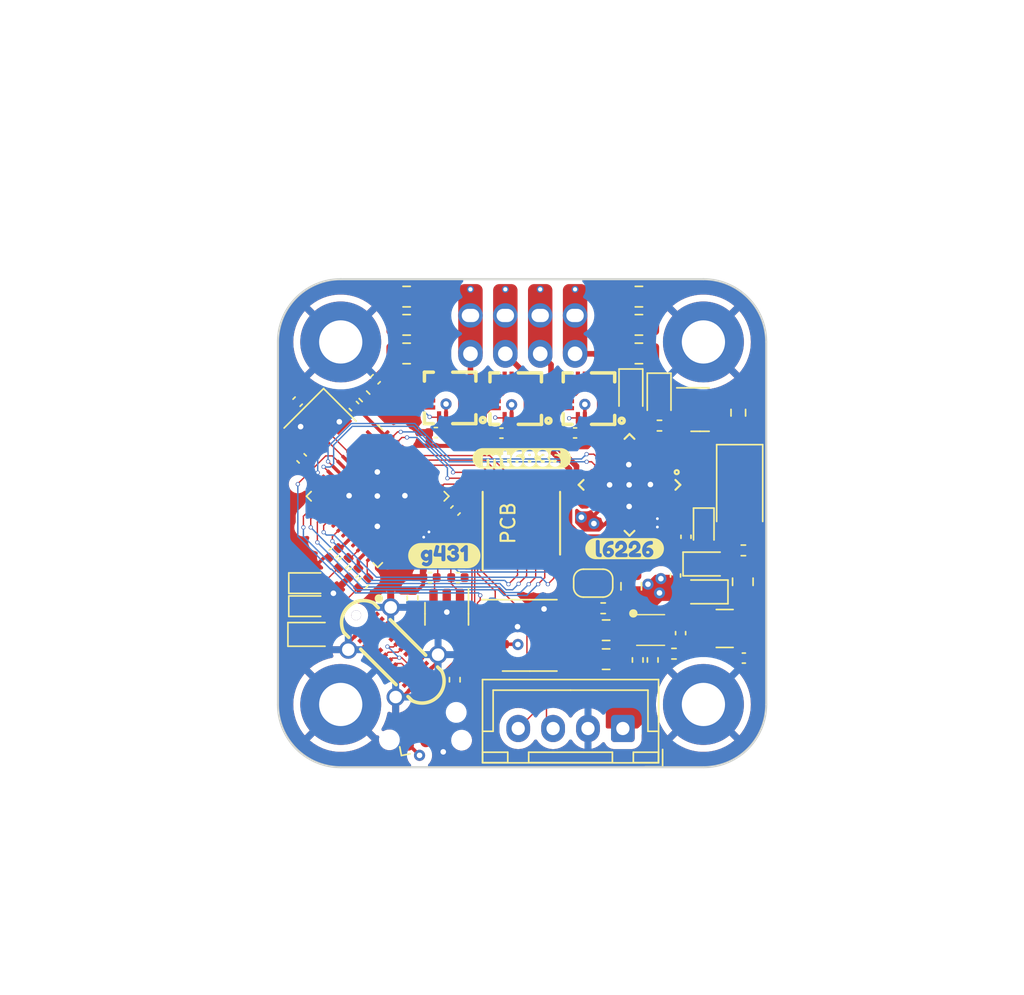
<source format=kicad_pcb>
(kicad_pcb (version 20221018) (generator pcbnew)
  (layers (0 "F.Cu" signal) (1 "In1.Cu" signal) (2 "In2.Cu" signal) (31 "B.Cu" signal) (34 "B.Paste" user) (35 "F.Paste" user) (36 "B.SilkS" user "B.Silkscreen") (37 "F.SilkS" user "F.Silkscreen") (38 "B.Mask" user) (39 "F.Mask" user) (44 "Edge.Cuts" user))
  (net 0 "")
  (net 1 "GND")
  (net 2 "Vmot")
  (net 3 "/mcu/USBD_P")
  (net 4 "+3V3")
  (net 5 "/mcu/RESET")
  (net 6 "/mcu/XIN")
  (net 7 "/mcu/XOUT")
  (net 9 "/current sense/U_IN")
  (net 10 "/current sense/V_IN")
  (net 11 "/current sense/W_IN")
  (net 13 "Net-(U501-VCC)")
  (net 14 "Net-(D602-K)")
  (net 15 "Net-(U601-VCP)")
  (net 16 "/current sense/U_SENSE")
  (net 17 "/current sense/V_SENSE")
  (net 18 "/current sense/W_SENSE")
  (net 19 "/usb/USB_5V")
  (net 20 "Net-(D301-A)")
  (net 21 "Net-(D302-A)")
  (net 22 "/mcu/CANH")
  (net 23 "/mcu/CANL")
  (net 24 "/mcu/SWDIO")
  (net 25 "/mcu/SWCLK")
  (net 28 "Net-(JP101-B)")
  (net 29 "/current sense/U_OUT")
  (net 30 "/current sense/V_OUT")
  (net 31 "/current sense/W_OUT")
  (net 32 "Net-(D603-K)")
  (net 33 "Net-(D601-K)")
  (net 34 "Net-(D601-A)")
  (net 35 "Net-(U501-LX)")
  (net 36 "Net-(U501-FB{slash}VOUT)")
  (net 37 "Net-(R502-Pad2)")
  (net 39 "/usb/UCPD_CC2")
  (net 40 "/usb/UCPD_CC1")
  (net 41 "Net-(U301-PB10)")
  (net 42 "Net-(U301-PB11)")
  (net 43 "/mcu/USBD_N")
  (net 46 "/half bridges/ENA")
  (net 47 "/encoder/A")
  (net 48 "/encoder/B")
  (net 49 "/encoder/Z")
  (net 52 "Net-(D501-A)")
  (net 53 "Net-(D502-A)")
  (net 55 "/encoder/SCK")
  (net 56 "/encoder/CIPO")
  (net 57 "/encoder/COPI")
  (net 58 "/encoder/CS")
  (net 60 "/encoder/CAL_EN")
  (net 62 "/mcu/MOT_EN_B")
  (net 63 "/mcu/MOT_EN_A")
  (net 64 "/mcu/CAN_TX")
  (net 65 "/mcu/CAN_RX")
  (net 73 "/half bridges/IN2B")
  (net 76 "/half bridges/IN1A")
  (net 77 "/half bridges/IN2A")
  (net 78 "/half bridges/IN1B")
  (net 82 "Net-(Q501-B)")
  (net 83 "Net-(Q501-C)")
  (net 85 "/half bridges/OUT1B")
  (footprint "Capacitor_SMD:C_0805_2012Metric" (layer "F.Cu") (at 138.025 74.8)
    (fp_text reference "C103" hide)
    (fp_text value "10u")
  )
  (footprint "Connector:Tag-Connect_TC2030-IDC-NL_2x03_P1.27mm_Vertical" (layer "F.Cu") (at 139.278836 102.026667 11)
    (fp_text reference "J301" hide)
    (fp_text value "TagConnect")
  )
  (footprint "Package_TO_SOT_SMD:SOT-23" (layer "F.Cu") (at 159.0625 78.825)
    (fp_text reference "Q501" hide)
    (fp_text value "MMBT5551")
  )
  (footprint "Resistor_SMD:R_0402_1005Metric" (layer "F.Cu") (at 162.165 88.925)
    (fp_text reference "R601" hide)
    (fp_text value "5k1")
  )
  (footprint "Diode_SMD:D_SOD-323" (layer "F.Cu") (at 156.125 77.825 -90)
    (fp_text reference "D502" hide)
    (fp_text value "BZT52C30S")
  )
  (footprint "Package_SO:SOIC-8_3.9x4.9mm_P1.27mm" (layer "F.Cu") (at 146.85 95.02)
    (fp_text reference "U302" hide)
    (fp_text value "SN65HVD230")
  )
  (footprint "Diode_SMD:D_SOD-323" (layer "F.Cu") (at 154.1 77.525 -90)
    (fp_text reference "D501" hide)
    (fp_text value "BZT52C30S")
  )
  (footprint "Resistor_SMD:R_0402_1005Metric" (layer "F.Cu") (at 138.45 92.35 90)
    (fp_text reference "R101" hide)
    (fp_text value "5k1")
  )
  (footprint "Resistor_SMD:R_0402_1005Metric" (layer "F.Cu") (at 152.115 93.075)
    (fp_text reference "R103" hide)
    (fp_text value "120R")
  )
  (footprint "Resistor_SMD:R_0402_1005Metric" (layer "F.Cu") (at 134.914376 91.260624 -135)
    (fp_text reference "R302" hide)
    (fp_text value "5k1")
  )
  (footprint "Capacitor_SMD:C_0402_1005Metric" (layer "F.Cu") (at 141.525349 86.064949 45)
    (fp_text reference "C304" hide)
    (fp_text value "100n")
  )
  (footprint "Diode_SMD:D_SMA" (layer "F.Cu") (at 161.9 84.85 -90)
    (fp_text reference "D101" hide)
    (fp_text value "SS210")
  )
  (footprint "Capacitor_SMD:C_0805_2012Metric" (layer "F.Cu") (at 154.125 91.5 90)
    (fp_text reference "C106" hide)
    (fp_text value "10u")
  )
  (footprint "Diode_SMD:D_0603_1608Metric" (layer "F.Cu") (at 159.325 87.375 -90)
    (fp_text reference "D601" hide)
    (fp_text value "OCD")
  )
  (footprint "Diode_SMD:D_0603_1608Metric" (layer "F.Cu") (at 131.0625 91.275)
    (fp_text reference "D301" hide)
    (fp_text value "USER")
  )
  (footprint "Inductor_SMD:L_1210_3225Metric" (layer "F.Cu") (at 160.825 94.525)
    (fp_text reference "L501" hide)
    (fp_text value "33u")
  )
  (footprint "Capacitor_SMD:C_0402_1005Metric" (layer "F.Cu") (at 130.210589 78.259411 -135)
    (fp_text reference "C305" hide)
    (fp_text value "20p")
  )
  (footprint "Capacitor_SMD:C_0402_1005Metric" (layer "F.Cu") (at 140.12 80.475 180)
    (fp_text reference "C701" hide)
    (fp_text value "100n")
  )
  (footprint "Capacitor_SMD:C_0402_1005Metric" (layer "F.Cu") (at 135.8 76.65 45)
    (fp_text reference "C308" hide)
    (fp_text value "100n")
  )
  (footprint "Package_TO_SOT_SMD:SOT-23-6" (layer "F.Cu") (at 140.9 93.475 -90)
    (fp_text reference "U201" hide)
    (fp_text value "SRV05-4")
  )
  (footprint "easyeda2kicad:IC-SMD_ACS711KEXLT-15AB-T" (layer "F.Cu") (at 145.7 77.975 180)
    (fp_text reference "U703" hide)
    (fp_text value "ACS711KEXLT-31AB-T")
  )
  (footprint "Capacitor_SMD:C_0402_1005Metric" (layer "F.Cu") (at 134.225 90.528939 -135)
    (fp_text reference "C302" hide)
    (fp_text value "100n")
  )
  (footprint "Capacitor_SMD:C_0402_1005Metric" (layer "F.Cu") (at 157.3 90.725 -90)
    (fp_text reference "C602" hide)
    (fp_text value "220n")
  )
  (footprint "Fiducial:Fiducial_0.5mm_Mask1mm" (layer "F.Cu") (at 156.95 103.2)
    (fp_text reference "FID102" hide)
    (fp_text value "Fiducial")
  )
  (footprint "Capacitor_SMD:C_0402_1005Metric" (layer "F.Cu") (at 162.2 96.65 180)
    (fp_text reference "C401" hide)
    (fp_text value "100n")
  )
  (footprint "Diode_SMD:D_0603_1608Metric" (layer "F.Cu") (at 131.0625 92.925)
    (fp_text reference "D302" hide)
    (fp_text value "FAULT")
  )
  (footprint "Resistor_SMD:R_0402_1005Metric" (layer "F.Cu") (at 141.475 98.2 90)
    (fp_text reference "R102" hide)
    (fp_text value "5k1")
  )
  (footprint "Capacitor_SMD:C_0805_2012Metric" (layer "F.Cu") (at 162.125 91.175 90)
    (fp_text reference "C503" hide)
    (fp_text value "10u")
  )
  (footprint "Resistor_SMD:R_0402_1005Metric" (layer "F.Cu") (at 157.19 96.335 180)
    (fp_text reference "R501" hide)
    (fp_text value "200k")
  )
  (footprint "Resistor_SMD:R_0402_1005Metric" (layer "F.Cu") (at 133.5 89.825 -135)
    (fp_text reference "R301" hide)
    (fp_text value "5k1")
  )
  (footprint "Capacitor_SMD:C_0402_1005Metric" (layer "F.Cu") (at 139.7 90.875 180)
    (fp_text reference "C201" hide)
    (fp_text value "47p")
  )
  (footprint "Capacitor_SMD:C_0805_2012Metric" (layer "F.Cu") (at 138.025 72.75 180)
    (fp_text reference "C102" hide)
    (fp_text value "10u")
  )
  (footprint "Capacitor_SMD:C_0805_2012Metric" (layer "F.Cu") (at 138.025 70.725)
    (fp_text reference "C101" hide)
    (fp_text value "10u")
  )
  (footprint "easyeda2kicad:USB-C-SMD_GT-USB-7052_1" (layer "F.Cu") (at 137.060284 96.225629 -45)
    (fp_text reference "J201" hide)
    (fp_text value "USB_C_Receptacle_USB2.0")
  )
  (footprint "Capacitor_SMD:C_0402_1005Metric" (layer "F.Cu") (at 144.82 80.513857 180)
    (fp_text reference "C703" hide)
    (fp_text value "100n")
  )
  (footprint "Capacitor_SMD:C_0402_1005Metric" (layer "F.Cu") (at 141.7 90.875)
    (fp_text reference "C202" hide)
    (fp_text value "47p")
  )
  (footprint "Capacitor_SMD:C_0402_1005Metric" (layer "F.Cu") (at 134.25 78.575 135)
    (fp_text reference "C301" hide)
    (fp_text value "100n")
  )
  (footprint "footprints:XH2.54 4P" (layer "F.Cu") (at 146.35 74.825)
    (fp_text reference "M101" hide)
    (fp_text value "MOT")
  )
  (footprint "Resistor_SMD:R_0402_1005Metric" (layer "F.Cu") (at 155.665 96.785 -90)
    (fp_text reference "R502" hide)
    (fp_text value "51k")
  )
  (footprint "Diode_SMD:D_SOD-323" (layer "F.Cu") (at 131.125 94.95)
    (fp_text reference "D201" hide)
    (fp_text value "1N4148WS")
  )
  (footprint "easyeda2kicad:VQFN-32_L5.0-W5.0-P0.50-TL-EP" (layer "F.Cu") (at 154 84.225 -135)
    (fp_text reference "U601" hide)
    (fp_text value "L6226QTR")
  )
  (footprint "Capacitor_SMD:C_0402_1005Metric" (layer "F.Cu") (at 158.05 87.95 90)
    (fp_text reference "C601" hide)
    (fp_text value "10n")
  )
  (footprint "easyeda2kicad:TDFN-8_L2.0-W2.0-P0.50-BL" (layer "F.Cu") (at 155.515 94.635 -90)
    (fp_text reference "U501" hide)
    (fp_text value "MAX15062CATA+T")
  )
  (footprint "Package_DFN_QFN:QFN-48-1EP_7x7mm_P0.5mm_EP5.6x5.6mm" (layer "F.Cu") (at 135.950349 85.039949 -45)
    (fp_text reference "U301" hide)
    (fp_text value "STM32G431")
  )
  (footprint "Resistor_SMD:R_0402_1005Metric" (layer "F.Cu") (at 154.59 96.785 -90)
    (fp_text reference "R503" hide)
    (fp_text value "22k")
  )
  (footprint "mechanical:NEMA14" (layer "F.Cu") (at 146.3 86.975 90)
    (fp_text reference "H101" hide)
    (fp_text value "PCB")
    (fp_line (start -17.5 13) (end -17.5 -13) (stroke (width 0.15)) (layer "Edge.Cuts"))
    (fp_line (start -13 -17.5) (end 13 -17.5) (stroke (width 0.15)) (layer "Edge.Cuts"))
    (fp_line (start 13 17.5) (end -13 17.5) (stroke (width 0.15)) (layer "Edge.Cuts"))
    (fp_line (start 17.5 -13) (end 17.5 13) (stroke (width 0.15)) (layer "Edge.Cuts"))
    (fp_arc (start -17.5 -13) (mid -16.181981 -16.181981) (end -13 -17.5) (stroke (width 0.15)) (layer "Edge.Cuts"))
    (fp_arc (start -13 17.5) (mid -16.181981 16.181981) (end -17.5 13) (stroke (width 0.15)) (layer "Edge.Cuts"))
    (fp_arc (start 13 -17.5) (mid 16.181981 -16.181981) (end 17.5 -13) (stroke (width 0.15)) (layer "Edge.Cuts"))
    (fp_arc (start 17.5 13) (mid 16.181981 16.181981) (end 13 17.5) (stroke (width 0.15)) (layer "Edge.Cuts"))
  )
  (footprint "Capacitor_SMD:C_0805_2012Metric" (layer "F.Cu") (at 154.675 70.725)
    (fp_text reference "C104" hide)
    (fp_text value "10u")
  )
  (footprint "kibuzzard-652C57F7" (layer "F.Cu") (at 140.725 89.3)
    (fp_text reference "kibuzzard-652C57F7" hide)
    (fp_text value "G***" hide)
  )
  (footprint "easyeda2kicad:IC-SMD_ACS711KEXLT-15AB-T" (layer "F.Cu") (at 150.95 77.975 180)
    (fp_text reference "U702" hide)
    (fp_text value "ACS711KEXLT-31AB-T")
  )
  (footprint "Capacitor_SMD:C_0402_1005Metric" (layer "F.Cu") (at 150.1 80.5 180)
    (fp_text reference "C702" hide)
    (fp_text value "100n")
  )
  (footprint "Capacitor_SMD:C_0805_2012Metric" (layer "F.Cu") (at 154.675 74.8 180)
    (fp_text reference "C105" hide)
    (fp_text value "10u")
  )
  (footprint "Resistor_SMD:R_0402_1005Metric" (layer "F.Cu") (at 156.15 79.975)
    (fp_text reference "R505" hide)
    (fp_text value "15k")
  )
  (footprint "Capacitor_SMD:C_0402_1005Metric" (layer "F.Cu") (at 132.8 89.1 -135)
    (fp_text reference "C303" hide)
    (fp_text value "100n")
  )
  (footprint "Crystal:Crystal_SMD_3225-4Pin_3.2x2.5mm" (layer "F.Cu") (at 131.823223 79.898858 -135)
    (fp_text reference "Y301" hide)
    (fp_text value "12MHz")
  )
  (footprint "Fiducial:Fiducial_0.5mm_Mask1mm" (layer "F.Cu") (at 129.9 76.2)
    (fp_text reference "FID101" hide)
    (fp_text value "Fiducial")
  )
  (footprint "Diode_SMD:D_SOD-323" (layer "F.Cu") (at 159.45 91.9 180)
    (fp_text reference "D602" hide)
    (fp_text value "1N4148WS")
  )
  (footprint "Connector_JST:JST_XH_B4B-XH-A_1x04_P2.50mm_Vertical" (layer "F.Cu") (at 153.525 101.7 180)
    (fp_text reference "J101" hide)
    (fp_text value "INPUT")
  )
  (footprint "kibuzzard-652C580D" (layer "F.Cu") (at 146.275 82.325)
    (fp_text reference "kibuzzard-652C580D" hide)
    (fp_text value "G***" hide)
  )
  (footprint "matei:MagnTek TSSOP-16-1EP_4.4x5mm_P0.65mm" (layer "F.Cu") (at 146.3 86.975 90)
    (fp_text reference "U401" hide)
    (fp_text value "MT6835")
  )
  (footprint "Fiducial:Fiducial_0.5mm_Mask1mm" (layer "F.Cu") (at 162.5 76.65)
    (fp_text reference "FID103" hide)
    (fp_text value "Fiducial")
  )
  (footprint "Capacitor_SMD:C_0805_2012Metric" (layer "F.Cu") (at 152.325 94.65 180)
    (fp_text reference "C108" hide)
    (fp_text value "10u")
  )
  (footprint "Capacitor_SMD:C_0402_1005Metric" (layer "F.Cu") (at 157.665 94.86 -90)
    (fp_text reference "C502" hide)
    (fp_text value "1u")
  )
  (footprint "Diode_SMD:D_SOD-323" (layer "F.Cu") (at 159.45 89.9)
    (fp_text reference "D603" hide)
    (fp_text value "1N4148WS")
  )
  (footprint "Capacitor_SMD:C_0805_2012Metric" (layer "F.Cu") (at 152.325 96.725 180)
    (fp_text reference "C501" hide)
    (fp_text value "10u")
  )
  (footprint "Jumper:SolderJumper-2_P1.3mm_Open_RoundedPad1.0x1.5mm" (layer "F.Cu") (at 151.4 91.275)
    (fp_text reference "JP101" hide)
    (fp_text value "TERM")
  )
  (footprint "Resistor_SMD:R_0402_1005Metric" (layer "F.Cu") (at 135 77.875 135)
    (fp_text reference "R306" hide)
    (fp_text value "10k")
  )
  (footprint "kibuzzard-652C5847" (layer "F.Cu") (at 153.65 88.8)
    (fp_text reference "kibuzzard-652C5847" hide)
    (fp_text value "G***" hide)
  )
  (footprint "Resistor_SMD:R_0603_1608Metric" (layer "F.Cu") (at 161.8 79.05 90)
    (fp_text reference "R504" hide)
    (fp_text value "5R")
  )
  (footprint "Capacitor_SMD:C_0402_1005Metric" (layer "F.Cu") (at 130.5 82.325 135)
    (fp_text reference "C306" hide)
    (fp_text value "20p")
  )
  (footprint "Capacitor_SMD:C_0805_2012Metric" (layer "F.Cu") (at 154.675 72.75 180)
    (fp_text reference "C107" hide)
    (fp_text value "10u")
  )
  (footprint "easyeda2kicad:IC-SMD_ACS711KEXLT-15AB-T" (layer "F.Cu") (at 141 77.925 180)
    (fp_text reference "U701" hide)
    (fp_text value "ACS711KEXLT-31AB-T")
  )
  (segment (start 152.575 84.225) (end 153.975 84.225) (width 0.25) (layer "F.Cu") (net 1))
  (segment (start 151.375 94.65) (end 151.375 96.725) (width 0.25) (layer "F.Cu") (net 1))
  (segment (start 153.975 84.225) (end 154 84.225) (width 0.25) (layer "F.Cu") (net 1))
  (segment (start 145.55 76.525) (end 145.55 77.05962) (width 0.25) (layer "F.Cu") (net 1))
  (segment (start 155.880904 85.752351) (end 154.353553 84.225) (width 0.25) (layer "F.Cu") (net 1))
  (segment (start 153.3 83.171447) (end 153.3 83.175) (width 0.25) (layer "F.Cu") (net 1))
  (segment (start 155.06066 84.225) (end 154 84.225) (width 0.25) (layer "F.Cu") (net 1))
  (segment (start 152.472649 86.105904) (end 154 84.578553) (width 0.25) (layer "F.Cu") (net 1))
  (segment (start 132.775 91.978939) (end 133.885589 90.86835) (width 0.25) (layer "F.Cu") (net 1))
  (segment (start 154 82.825) (end 154 84.225) (width 0.25) (layer "F.Cu") (net 1))
  (segment (start 153.975 86.025) (end 153.975 85.967767) (width 0.25) (layer "F.Cu") (net 1))
  (segment (start 153.95 82.775) (end 154 82.825) (width 0.25) (layer "F.Cu") (net 1))
  (segment (start 150.13462 77.725) (end 149.6 77.725) (width 0.25) (layer "F.Cu") (net 1))
  (segment (start 140.9 93.3459) (end 140.9 92.3375) (width 0.25) (layer "F.Cu") (net 1))
  (segment (start 153.303553 83.175) (end 154 83.871447) (width 0.25) (layer "F.Cu") (net 1))
  (segment (start 140.65 103.375) (end 140.646666 103.371666) (width 0.25) (layer "F.Cu") (net 1))
  (segment (start 154 85.75) (end 154 84.225) (width 0.25) (layer "F.Cu") (net 1))
  (segment (start 154.353553 84.225) (end 154 84.225) (width 0.25) (layer "F.Cu") (net 1))
  (segment (start 134.535913 94.860913) (end 133.842948 95.553878) (width 0.25) (layer "F.Cu") (net 1))
  (segment (start 153.3 83.175) (end 153.303553 83.175) (width 0.25) (layer "F.Cu") (net 1))
  (segment (start 144.88462 77.725) (end 144.35 77.725) (width 0.25) (layer "F.Cu") (net 1))
  (segment (start 153.179756 81.636989) (end 154 82.457233) (width 0.25) (layer "F.Cu") (net 1))
  (segment (start 143.97343 80.513857) (end 143.675 80.215427) (width 0.2) (layer "F.Cu") (net 1))
  (segment (start 149.62 80.5) (end 149.275 80.5) (width 0.2) (layer "F.Cu") (net 1))
  (segment (start 154.032233 86.025) (end 153.975 86.025) (width 0.25) (layer "F.Cu") (net 1))
  (segment (start 133.842948 95.553878) (end 133.842948 96.048852) (width 0.25) (layer "F.Cu") (net 1))
  (segment (start 155.527351 82.344096) (end 154 83.871447) (width 0.25) (layer "F.Cu") (net 1))
  (segment (start 148.925 80.15) (end 148.925 79.1) (width 0.2) (layer "F.Cu") (net 1))
  (segment (start 156.474874 84.225) (end 155.525 84.225) (width 0.25) (layer "F.Cu") (net 1))
  (segment (start 132.460589 89.439411) (end 132.110589 89.439411) (width 0.25) (layer "F.Cu") (net 1))
  (segment (start 155.475 84.225) (end 154 84.225) (width 0.25) (layer "F.Cu") (net 1))
  (segment (start 151.411989 85.045244) (end 152.232233 84.225) (width 0.25) (layer "F.Cu") (net 1))
  (segment (start 154 82.625) (end 154 84.225) (width 0.25) (layer "F.Cu") (net 1))
  (segment (start 149.325 93.115) (end 147.885 93.115) (width 0.25) (layer "F.Cu") (net 1))
  (segment (start 155.475 84.225) (end 155.45 84.25) (width 0.25) (layer "F.Cu") (net 1))
  (segment (start 154 82.725) (end 153.95 82.775) (width 0.25) (layer "F.Cu") (net 1))
  (segment (start 155.5 84.2) (end 155.475 84.225) (width 0.25) (layer "F.Cu") (net 1))
  (segment (start 140.63462 77.225) (end 140.6 77.225) (width 0.25) (layer "F.Cu") (net 1))
  (segment (start 156.234457 83.051203) (end 155.06066 84.225) (width 0.25) (layer "F.Cu") (net 1))
  (segment (start 132.110589 89.439411) (end 130.275 91.275) (width 0.25) (layer "F.Cu") (net 1))
  (segment (start 140.15 77.675) (end 139.65 77.675) (width 0.25) (layer "F.Cu") (net 1))
  (segment (start 150.8 77.05962) (end 150.13462 77.725) (width 0.25) (layer "F.Cu") (net 1))
  (segment (start 139.591726 97.583274) (end 140.27762 96.89738) (width 0.25) (layer "F.Cu") (net 1))
  (segment (start 155.173797 81.990543) (end 154 83.16434) (width 0.25) (layer "F.Cu") (net 1))
  (segment (start 145.55 77.05962) (end 144.88462 77.725) (width 0.25) (layer "F.Cu") (net 1))
  (segment (start 154 85.992767) (end 154 85.8) (width 0.25) (layer "F.Cu") (net 1))
  (segment (start 144.34 80.513857) (end 143.97343 80.513857) (width 0.2) (layer "F.Cu") (net 1))
  (segment (start 148.925 79.1) (end 149.3 78.725) (width 0.2) (layer "F.Cu") (net 1))
  (segment (start 144.0625 78.725) (end 144.35 78.725) (width 0.2) (layer "F.Cu") (net 1))
  (segment (start 153.975 85.967767) (end 154 85.992767) (width 0.25) (layer "F.Cu") (net 1))
  (segment (start 140.6 77.225) (end 140.15 77.675) (width 0.25) (layer "F.Cu") (net 1))
  (segment (start 154.46669 81.283436) (end 154 81.750126) (width 0.25) (layer "F.Cu") (net 1))
  (segment (start 140.85 76.475) (end 140.85 77.00962) (width 0.25) (layer "F.Cu") (net 1))
  (segment (start 155.880904 82.697649) (end 154.353553 84.225) (width 0.25) (layer "F.Cu") (net 1))
  (segment (start 157.62 95.385) (end 157.665 95.34) (width 0.25) (layer "F.Cu") (net 1))
  (segment (start 152.232233 84.225) (end 152.575 84.225) (width 0.25) (layer "F.Cu") (net 1))
  (segment (start 156.941564 83.75831) (end 156.474874 84.225) (width 0.25) (layer "F.Cu") (net 1))
  (segment (start 149.275 80.5) (end 148.925 80.15) (width 0.2) (layer "F.Cu") (net 1))
  (segment (start 154.820244 86.813011) (end 154.032233 86.025) (width 0.25) (layer "F.Cu") (net 1))
  (segment (start 150.8 76.525) (end 150.8 77.05962) (width 0.25) (layer "F.Cu") (net 1))
  (segment (start 143.675 79.1125) (end 144.0625 78.725) (width 0.2) (layer "F.Cu") (net 1))
  (segment (start 144.375 94.385) (end 145.96 94.385) (width 0.25) (layer "F.Cu") (net 1))
  (segment (start 154 83.16434) (end 154 84.225) (width 0.25) (layer "F.Cu") (net 1))
  (segment (start 132.775 92) (end 132.775 91.978939) (width 0.25) (layer "F.Cu") (net 1))
  (segment (start 155.767767 84.225) (end 155.475 84.225) (width 0.25) (layer "F.Cu") (net 1))
  (segment (start 140.9046 93.3505) (end 140.9 93.3459) (width 0.25) (layer "F.Cu") (net 1))
  (segment (start 156.395 95.385) (end 157.62 95.385) (width 0.25) (layer "F.Cu") (net 1))
  (segment (start 154 81.750126) (end 154 82.725) (width 0.25) (layer "F.Cu") (net 1))
  (segment (start 138.76 91.84) (end 139.22 91.38) (width 0.25) (layer "F.Cu") (net 1))
  (segment (start 154 82.457233) (end 154 82.625) (width 0.25) (layer "F.Cu") (net 1))
  (segment (start 138.425 98.75) (end 137.732035 99.442965) (width 0.25) (layer "F.Cu") (net 1))
  (segment (start 154.820244 81.636989) (end 154 82.457233) (width 0.25) (layer "F.Cu") (net 1))
  (segment (start 153.975 85.775) (end 154 85.75) (width 0.25) (layer "F.Cu") (net 1))
  (segment (start 147.885 93.115) (end 147.875 93.125) (width 0.25) (layer "F.Cu") (net 1))
  (segment (start 155.525 84.225) (end 155.5 84.2) (width 0.25) (layer "F.Cu") (net 1))
  (segment (start 156.941564 84.69169) (end 156.474874 84.225) (width 0.25) (layer "F.Cu") (net 1))
  (segment (start 139.22 91.38) (end 139.22 90.875) (width 0.25) (layer "F.Cu") (net 1))
  (segment (start 137.732035 99.442965) (end 137.237061 99.442965) (width 0.25) (layer "F.Cu") (net 1))
  (segment (start 154 83.871447) (end 154 84.225) (width 0.25) (layer "F.Cu") (net 1))
  (segment (start 154 84.578553) (end 154 84.225) (width 0.25) (layer "F.Cu") (net 1))
  (segment (start 156.588011 83.404756) (end 155.767767 84.225) (width 0.25) (layer "F.Cu") (net 1))
  (segment (start 152.472649 82.344096) (end 153.3 83.171447) (width 0.25) (layer "F.Cu") (net 1))
  (segment (start 155.425 84.225) (end 154 84.225) (width 0.25) (layer "F.Cu") (net 1))
  (segment (start 138.45 91.84) (end 138.76 91.84) (width 0.25) (layer "F.Cu") (net 1))
  (segment (start 140.646666 103.371666) (end 140.646666 102.407673) (width 0.25) (layer "F.Cu") (net 1))
  (segment (start 154 85.8) (end 153.975 85.775) (width 0.25) (layer "F.Cu") (net 1))
  (segment (start 151.411989 83.404756) (end 152.232233 84.225) (width 0.25) (layer "F.Cu") (net 1))
  (segment (start 140.85 77.00962) (end 140.63462 77.225) (width 0.25) (layer "F.Cu") (net 1))
  (segment (start 149.3 78.725) (end 149.6 78.725) (width 0.2) (layer "F.Cu") (net 1))
  (segment (start 145.96 94.385) (end 145.975 94.4) (width 0.25) (layer "F.Cu") (net 1))
  (segment (start 155.45 84.25) (end 155.425 84.225) (width 0.25) (layer "F.Cu") (net 1))
  (segment (start 140.27762 96.89738) (end 140.27762 96.402406) (width 0.25) (layer "F.Cu") (net 1))
  (segment (start 143.675 80.215427) (end 143.675 79.1125) (width 0.2) (layer "F.Cu") (net 1))
  (via (at 153.975 84.225) (size 0.8) (drill 0.4) (layers "F.Cu" "B.Cu") (net 1))
  (via (at 132.775 92) (size 0.8) (drill 0.4) (layers "F.Cu" "B.Cu") (net 1))
  (via (at 130.425 80.05) (size 0.8) (drill 0.4) (layers "F.Cu" "B.Cu") (net 1))
  (via (at 135.925 87.2) (size 0.8) (drill 0.4) (layers "F.Cu" "B.Cu") (net 1))
  (via (at 153.975 85.775) (size 0.8) (drill 0.4) (layers "F.Cu" "B.Cu") (net 1))
  (via (at 137.9 85) (size 0.8) (drill 0.4) (layers "F.Cu" "B.Cu") (net 1))
  (via (at 135.925 85.025) (size 0.8) (drill 0.4) (layers "F.Cu" "B.Cu") (net 1))
  (via (at 135.925 83.3) (size 0.8) (drill 0.4) (layers "F.Cu" "B.Cu") (net 1))
  (via (at 133.9 85) (size 0.8) (drill 0.4) (layers "F.Cu" "B.Cu") (net 1))
  (via (at 140.65 103.375) (size 0.8) (drill 0.4) (layers "F.Cu" "B.Cu") (net 1))
  (via (at 155.5 84.2) (size 0.8) (drill 0.4) (layers "F.Cu" "B.Cu") (net 1))
  (via (at 133.2 79.7) (size 0.8) (drill 0.4) (layers "F.Cu" "B.Cu") (net 1))
  (via (at 147.875 93.125) (size 0.8) (drill 0.4) (layers "F.Cu" "B.Cu") (net 1))
  (via (at 152.575 84.225) (size 0.8) (drill 0.4) (layers "F.Cu" "B.Cu") (net 1))
  (via (at 145.975 94.4) (size 0.8) (drill 0.4) (layers "F.Cu" "B.Cu") (net 1))
  (via (at 140.9046 93.3505) (size 0.8) (drill 0.4) (layers "F.Cu" "B.Cu") (net 1))
  (via (at 153.95 82.775) (size 0.8) (drill 0.4) (layers "F.Cu" "B.Cu") (net 1))
  (segment (start 154.1 75.175) (end 153.725 74.8) (width 0.25) (layer "F.Cu") (net 2))
  (segment (start 161.8 82.75) (end 161.9 82.85) (width 0.25) (layer "F.Cu") (net 2))
  (segment (start 153.725 70.725) (end 153.725 72.75) (width 0.25) (layer "F.Cu") (net 2))
  (segment (start 161.8 79.875) (end 161.8 82.75) (width 0.25) (layer "F.Cu") (net 2))
  (segment (start 154.1 76.475) (end 154.1 75.175) (width 0.25) (layer "F.Cu") (net 2))
  (segment (start 138.975 70.725) (end 138.975 72.75) (width 0.25) (layer "F.Cu") (net 2))
  (segment (start 153.725 72.75) (end 153.725 74.8) (width 0.25) (layer "F.Cu") (net 2))
  (segment (start 138.975 72.75) (end 138.975 74.8) (width 0.25) (layer "F.Cu") (net 2))
  (via (at 150.55 86.55) (size 0.8) (drill 0.4) (layers "F.Cu" "B.Cu") (net 2))
  (via (at 151.45 87) (size 0.8) (drill 0.4) (layers "F.Cu" "B.Cu") (net 2))
  (via (at 156.25 90.95) (size 0.8) (drill 0.4) (layers "F.Cu" "B.Cu") (net 2))
  (via (at 155.325 91.35) (size 0.8) (drill 0.4) (layers "F.Cu" "B.Cu") (net 2))
  (via (at 156.15 91.975) (size 0.8) (drill 0.4) (layers "F.Cu" "B.Cu") (net 2))
  (segment (start 141.195 87.809727) (end 141.195 90.85) (width 0.1) (layer "F.Cu") (net 3))
  (segment (start 136.657233 96.982233) (end 136.989466 96.65) (width 0.1) (layer "F.Cu") (net 3))
  (segment (start 137.678858 96.625) (end 139.293718 98.23986) (width 0.1) (layer "F.Cu") (net 3))
  (segment (start 139.618465 86.233192) (end 141.195 87.809727) (width 0.1) (layer "F.Cu") (net 3))
  (segment (start 137.08236 95.85) (end 137.470406 95.461954) (width 0.1) (layer "F.Cu") (net 3))
  (segment (start 141.85 94.6125) (end 141.85 92.3375) (width 0.1) (layer "F.Cu") (net 3))
  (segment (start 141.85 91.95) (end 141.85 92.3375) (width 0.1) (layer "F.Cu") (net 3))
  (segment (start 137.5 96.625) (end 137.678858 96.625) (width 0.1) (layer "F.Cu") (net 3))
  (segment (start 139.293718 98.23986) (end 140.06014 98.23986) (width 0.1) (layer "F.Cu") (net 3))
  (segment (start 141.85 96.45) (end 141.85 94.6125) (width 0.1) (layer "F.Cu") (net 3))
  (segment (start 136.989466 96.65) (end 137.475 96.65) (width 0.1) (layer "F.Cu") (net 3))
  (segment (start 141.22 90.875) (end 141.22 91.32) (width 0.1) (layer "F.Cu") (net 3))
  (segment (start 136.65 95.85) (end 137.08236 95.85) (width 0.1) (layer "F.Cu") (net 3))
  (segment (start 141.22 91.32) (end 141.85 91.95) (width 0.1) (layer "F.Cu") (net 3))
  (segment (start 141.195 90.85) (end 141.22 90.875) (width 0.1) (layer "F.Cu") (net 3))
  (segment (start 137.475 96.65) (end 137.525 96.6) (width 0.1) (layer "F.Cu") (net 3))
  (segment (start 140.06014 98.23986) (end 141.85 96.45) (width 0.1) (layer "F.Cu") (net 3))
  (via (at 137.5 96.625) (size 0.3) (drill 0.2) (layers "F.Cu" "B.Cu") (net 3))
  (via (at 136.65 95.825) (size 0.3) (drill 0.2) (layers "F.Cu" "B.Cu") (net 3))
  (segment (start 136.675 95.825) (end 136.65 95.825) (width 0.1) (layer "B.Cu") (net 3))
  (segment (start 137.525 96.6) (end 137.45 96.6) (width 0.1) (layer "B.Cu") (net 3))
  (segment (start 137.45 96.6) (end 136.675 95.825) (width 0.1) (layer "B.Cu") (net 3))
  (segment (start 160.415 96.335) (end 162.225 94.525) (width 0.25) (layer "F.Cu") (net 4))
  (segment (start 134.589411 78.914411) (end 134.796248 79.121248) (width 0.25) (layer "F.Cu") (net 4))
  (segment (start 134.564411 89.607868) (end 134.564411 90.189528) (width 0.25) (layer "F.Cu") (net 4))
  (segment (start 133.29037 88.760589) (end 134.05 88.000959) (width 0.25) (layer "F.Cu") (net 4))
  (segment (start 140.496741 86.40436) (end 141.185938 86.40436) (width 0.25) (layer "F.Cu") (net 4))
  (segment (start 157.7 96.335) (end 160.415 96.335) (width 0.25) (layer "F.Cu") (net 4))
  (segment (start 145.98 95.655) (end 146 95.675) (width 0.25) (layer "F.Cu") (net 4))
  (segment (start 138.217328 102.892328) (end 138.153333 102.892328) (width 0.25) (layer "F.Cu") (net 4))
  (segment (start 134.68617 78.914411) (end 134.589411 78.914411) (width 0.25) (layer "F.Cu") (net 4))
  (segment (start 140.85 79.375) (end 140.85 78.425) (width 0.25) (layer "F.Cu") (net 4))
  (segment (start 136.436485 80.664726) (end 134.68617 78.914411) (width 0.25) (layer "F.Cu") (net 4))
  (segment (start 150.8 79.425) (end 150.8 78.45) (width 0.25) (layer "F.Cu") (net 4))
  (segment (start 145.55 79.425) (end 145.55 78.475) (width 0.25) (layer "F.Cu") (net 4))
  (segment (start 144.375 95.655) (end 145.98 95.655) (width 0.25) (layer "F.Cu") (net 4))
  (segment (start 134.403553 88.354512) (end 134.05 88.000959) (width 0.25) (layer "F.Cu") (net 4))
  (segment (start 133.139411 88.760589) (end 133.29037 88.760589) (width 0.25) (layer "F.Cu") (net 4))
  (segment (start 135.11066 89.061619) (end 134.564411 89.607868) (width 0.25) (layer "F.Cu") (net 4))
  (segment (start 134.589411 78.914411) (end 134.681837 78.914411) (width 0.25) (layer "F.Cu") (net 4))
  (segment (start 139.972019 85.879638) (end 140.496741 86.40436) (width 0.25) (layer "F.Cu") (net 4))
  (segment (start 138.95 103.625) (end 138.217328 102.892328) (width 0.25) (layer "F.Cu") (net 4))
  (segment (start 134.681837 78.914411) (end 135.360624 78.235624) (width 0.25) (layer "F.Cu") (net 4))
  (via (at 138.95 103.625) (size 0.8) (drill 0.4) (layers "F.Cu" "B.Cu") (net 4))
  (via (at 140.85 78.425) (size 0.8) (drill 0.4) (layers "F.Cu" "B.Cu") (net 4))
  (via (at 150.8 78.45) (size 0.8) (drill 0.4) (layers "F.Cu" "B.Cu") (net 4))
  (via (at 145.55 78.475) (size 0.8) (drill 0.4) (layers "F.Cu" "B.Cu") (net 4))
  (via (at 146 95.675) (size 0.8) (drill 0.4) (layers "F.Cu" "B.Cu") (net 4))
  (segment (start 135.310589 76.989411) (end 135.460589 76.989411) (width 0.1) (layer "F.Cu") (net 5))
  (segment (start 134.639376 77.514376) (end 134.928752 77.225) (width 0.1) (layer "F.Cu") (net 5))
  (segment (start 143.3 92.4875) (end 143.3 92.1) (width 0.1) (layer "F.Cu") (net 5))
  (segment (start 141.175 101.525) (end 142.075 101.525) (width 0.1) (layer "F.Cu") (net 5))
  (segment (start 140.3 101.75) (end 140.95 101.75) (width 0.1) (layer "F.Cu") (net 5))
  (segment (start 134.619184 77.534568) (end 134.639376 77.514376) (width 0.1) (layer "F.Cu") (net 5))
  (segment (start 135.075 77.225) (end 135.310589 76.989411) (width 0.1) (layer "F.Cu") (net 5))
  (segment (start 140.95 101.75) (end 141.175 101.525) (width 0.1) (layer "F.Cu") (net 5))
  (segment (start 139.4 102.65) (end 140.3 101.75) (width 0.1) (layer "F.Cu") (net 5))
  (segment (start 142.075 101.525) (end 143.1 100.5) (width 0.1) (layer "F.Cu") (net 5))
  (segment (start 130.225 84.175) (end 130.225 84.146198) (width 0.1) (layer "F.Cu") (net 5))
  (segment (start 143.1 92.6875) (end 143.3 92.4875) (width 0.1) (layer "F.Cu") (net 5))
  (segment (start 132.225861 82.145337) (end 132.702184 82.145337) (width 0.1) (layer "F.Cu") (net 5))
  (segment (start 132.702184 82.145337) (end 133.342893 82.786046) (width 0.1) (layer "F.Cu") (net 5))
  (segment (start 143.1 100.5) (end 143.1 92.6875) (width 0.1) (layer "F.Cu") (net 5))
  (segment (start 130.225 84.146198) (end 132.225861 82.145337) (width 0.1) (layer "F.Cu") (net 5))
  (segment (start 134.928752 77.225) (end 135.075 77.225) (width 0.1) (layer "F.Cu") (net 5))
  (via (at 143.3 92.15) (size 0.3) (drill 0.2) (layers "F.Cu" "B.Cu") (net 5))
  (via (at 130.225 84.175) (size 0.3) (drill 0.2) (layers "F.Cu" "B.Cu") (net 5))
  (segment (start 143.175 91.975) (end 143.3 92.1) (width 0.1) (layer "B.Cu") (net 5))
  (segment (start 134.344239 91.975) (end 143.175 91.975) (width 0.1) (layer "B.Cu") (net 5))
  (segment (start 130.225 87.925) (end 132.575 90.275) (width 0.1) (layer "B.Cu") (net 5))
  (segment (start 130.225 84.175) (end 130.225 87.925) (width 0.1) (layer "B.Cu") (net 5))
  (segment (start 132.575 90.275) (end 132.644239 90.275) (width 0.1) (layer "B.Cu") (net 5))
  (segment (start 132.644239 90.275) (end 134.344239 91.975) (width 0.1) (layer "B.Cu") (net 5))
  (segment (start 132 80.028939) (end 134.05 82.078939) (width 0.1) (layer "F.Cu") (net 6))
  (segment (start 131.245 78.52) (end 130.645 77.92) (width 0.1) (layer "F.Cu") (net 6))
  (segment (start 132 78.52) (end 132 80.028939) (width 0.1) (layer "F.Cu") (net 6))
  (segment (start 130.645 77.92) (end 130.55 77.92) (width 0.1) (layer "F.Cu") (net 6))
  (segment (start 132 78.52) (end 131.245 78.52) (width 0.1) (layer "F.Cu") (net 6))
  (segment (start 131.646446 81.853554) (end 131.646446 81.277716) (width 0.1) (layer "F.Cu") (net 7))
  (segment (start 130.839411 82.664411) (end 130.839411 82.660589) (width 0.1) (layer "F.Cu") (net 7))
  (segment (start 130.839411 82.660589) (end 131.646446 81.853554) (width 0.1) (layer "F.Cu") (net 7))
  (segment (start 132.541669 81.277716) (end 133.696446 82.432493) (width 0.1) (layer "F.Cu") (net 7))
  (segment (start 131.646446 81.277716) (end 132.541669 81.277716) (width 0.1) (layer "F.Cu") (net 7))
  (segment (start 150.55 87.975) (end 149.7 87.125) (width 0.4) (layer "F.Cu") (net 9))
  (segment (start 142.35 79.597533) (end 142.35 78.425) (width 0.4) (layer "F.Cu") (net 9))
  (segment (start 152.025 87.975) (end 150.55 87.975) (width 0.4) (layer "F.Cu") (net 9))
  (segment (start 149.7 87.125) (end 149.7 83.089212) (width 0.4) (layer "F.Cu") (net 9))
  (segment (start 152.425 87.575) (end 152.025 87.975) (width 0.4) (layer "F.Cu") (net 9))
  (segment (start 149.7 83.089212) (end 147.935788 81.325) (width 0.4) (layer "F.Cu") (net 9))
  (segment (start 152.425 87.575) (end 152.425 87.567767) (width 0.2) (layer "F.Cu") (net 9))
  (segment (start 152.425 87.567767) (end 153.179756 86.813011) (width 0.2) (layer "F.Cu") (net 9))
  (segment (start 147.935788 81.325) (end 144.077467 81.325) (width 0.4) (layer "F.Cu") (net 9))
  (segment (start 144.077467 81.325) (end 142.35 79.597533) (width 0.4) (layer "F.Cu") (net 9))
  (segment (start 158.8 82.15) (end 158.8 85.1) (width 0.4) (layer "F.Cu") (net 10))
  (segment (start 152.935 78.475) (end 155.11 80.65) (width 0.4) (layer "F.Cu") (net 10))
  (segment (start 155.11 80.65) (end 157.3 80.65) (width 0.4) (layer "F.Cu") (net 10))
  (segment (start 158.8 85.1) (end 158.275 85.625) (width 0.4) (layer "F.Cu") (net 10))
  (segment (start 157.167767 85.625) (end 157.225 85.625) (width 0.2) (layer "F.Cu") (net 10))
  (segment (start 156.588011 85.045244) (end 157.167767 85.625) (width 0.2) (layer "F.Cu") (net 10))
  (segment (start 157.3 80.65) (end 158.8 82.15) (width 0.4) (layer "F.Cu") (net 10))
  (segment (start 158.275 85.625) (end 157.225 85.625) (width 0.4) (layer "F.Cu") (net 10))
  (segment (start 152.3 78.475) (end 152.935 78.475) (width 0.4) (layer "F.Cu") (net 10))
  (segment (start 150.2 82.882106) (end 150.2 85.3) (width 0.4) (layer "F.Cu") (net 11))
  (segment (start 150.2 85.3) (end 150.625 85.725) (width 0.4) (layer "F.Cu") (net 11))
  (segment (start 151.765543 85.398797) (end 151.43934 85.725) (width 0.2) (layer "F.Cu") (net 11))
  (segment (start 151.43934 85.725) (end 150.925 85.725) (width 0.2) (layer "F.Cu") (net 11))
  (segment (start 147.05 79.732106) (end 150.2 82.882106) (width 0.4) (layer "F.Cu") (net 11))
  (segment (start 150.625 85.725) (end 150.925 85.725) (width 0.4) (layer "F.Cu") (net 11))
  (segment (start 147.05 78.475) (end 147.05 79.732106) (width 0.4) (layer "F.Cu") (net 11))
  (segment (start 156.395 94.885) (end 157.16 94.885) (width 0.1) (layer "F.Cu") (net 13))
  (segment (start 154.635 94.885) (end 156.395 94.885) (width 0.1) (layer "F.Cu") (net 13))
  (segment (start 157.16 94.885) (end 157.665 94.38) (width 0.1) (layer "F.Cu") (net 13))
  (segment (start 160.5 91.9) (end 160.5 89.9) (width 0.2) (layer "F.Cu") (net 14))
  (segment (start 159.52 89.9) (end 160.5 89.9) (width 0.2) (layer "F.Cu") (net 14))
  (segment (start 158.05 88.43) (end 159.52 89.9) (width 0.2) (layer "F.Cu") (net 14))
  (segment (start 158.05 87.47) (end 157.47 88.05) (width 0.2) (layer "F.Cu") (net 15))
  (segment (start 157.47 88.05) (end 154.416746 88.05) (width 0.2) (layer "F.Cu") (net 15))
  (segment (start 154.416746 88.05) (end 153.53331 87.166564) (width 0.2) (layer "F.Cu") (net 15))
  (segment (start 140.35 80.225) (end 140.35 79.375) (width 0.1) (layer "F.Cu") (net 16))
  (segment (start 131.928679 84.20026) (end 131.65 83.921581) (width 0.1) (layer "F.Cu") (net 16))
  (segment (start 139.7 79.375) (end 139.675 79.35) (width 0.1) (layer "F.Cu") (net 16))
  (segment (start 140.6 80.475) (end 140.35 80.225) (width 0.1) (layer "F.Cu") (net 16))
  (segment (start 140.35 79.375) (end 139.7 79.375) (width 0.1) (layer "F.Cu") (net 16))
  (segment (start 131.65 83.921581) (end 131.65 83.35) (width 0.1) (layer "F.Cu") (net 16))
  (via (at 131.65 83.35) (size 0.3) (drill 0.2) (layers "F.Cu" "B.Cu") (net 16))
  (via (at 139.675 79.35) (size 0.3) (drill 0.2) (layers "F.Cu" "B.Cu") (net 16))
  (segment (start 139.125 78.8) (end 139.675 79.35) (width 0.1) (layer "B.Cu") (net 16))
  (segment (start 131.65 79.85) (end 132.7 78.8) (width 0.1) (layer "B.Cu") (net 16))
  (segment (start 131.65 83.35) (end 131.65 79.85) (width 0.1) (layer "B.Cu") (net 16))
  (segment (start 132.7 78.8) (end 139.125 78.8) (width 0.1) (layer "B.Cu") (net 16))
  (segment (start 150.3 80.22) (end 150.3 79.425) (width 0.1) (layer "F.Cu") (net 17))
  (segment (start 150.58 80.5) (end 150.3 80.22) (width 0.1) (layer "F.Cu") (net 17))
  (segment (start 150.3 79.425) (end 149.7 79.425) (width 0.1) (layer "F.Cu") (net 17))
  (via (at 149.675 79.45) (size 0.3) (drill 0.2) (layers "F.Cu" "B.Cu") (net 17))
  (segment (start 145.05 80.263857) (end 145.05 79.425) (width 0.1) (layer "F.Cu") (net 18))
  (segment (start 145.3 80.513857) (end 145.05 80.263857) (width 0.1) (layer "F.Cu") (net 18))
  (segment (start 144.35 79.425) (end 144.325 79.4) (width 0.1) (layer "F.Cu") (net 18))
  (segment (start 145.05 79.425) (end 144.4 79.425) (width 0.1) (layer "F.Cu") (net 18))
  (via (at 144.375 79.4) (size 0.3) (drill 0.2) (layers "F.Cu" "B.Cu") (net 18))
  (segment (start 132.05 91.275) (end 131.85 91.275) (width 0.1) (layer "F.Cu") (net 20))
  (segment (start 133.139376 90.185624) (end 132.05 91.275) (width 0.1) (layer "F.Cu") (net 20))
  (segment (start 134.553752 91.621248) (end 133.25 92.925) (width 0.1) (layer "F.Cu") (net 21))
  (segment (start 133.25 92.925) (end 131.85 92.925) (width 0.1) (layer "F.Cu") (net 21))
  (segment (start 149.595686 94.385) (end 149.325 94.385) (width 0.1) (layer "F.Cu") (net 22))
  (segment (start 147.75 94.975) (end 148.34 94.385) (width 0.1) (layer "F.Cu") (net 22))
  (segment (start 150.75 93.230686) (end 149.595686 94.385) (width 0.1) (layer "F.Cu") (net 22))
  (segment (start 150.75 91.275) (end 150.75 93.230686) (width 0.1) (layer "F.Cu") (net 22))
  (segment (start 147.75 99.975) (end 147.75 94.975) (width 0.1) (layer "F.Cu") (net 22))
  (segment (start 148.34 94.385) (end 149.325 94.385) (width 0.1) (layer "F.Cu") (net 22))
  (segment (start 146.025 101.7) (end 147.75 99.975) (width 0.1) (layer "F.Cu") (net 22))
  (segment (start 148.525 101.7) (end 148.05 101.225) (width 0.1) (layer "F.Cu") (net 23))
  (segment (start 148.275 95.655) (end 149.325 95.655) (width 0.1) (layer "F.Cu") (net 23))
  (segment (start 148.05 101.225) (end 148.05 95.88) (width 0.1) (layer "F.Cu") (net 23))
  (segment (start 151.335 93.075) (end 151.605 93.075) (width 0.1) (layer "F.Cu") (net 23))
  (segment (start 150.575 95.305) (end 150.575 93.835) (width 0.1) (layer "F.Cu") (net 23))
  (segment (start 149.325 95.655) (end 150.225 95.655) (width 0.1) (layer "F.Cu") (net 23))
  (segment (start 148.05 95.88) (end 148.275 95.655) (width 0.1) (layer "F.Cu") (net 23))
  (segment (start 150.575 93.835) (end 151.335 93.075) (width 0.1) (layer "F.Cu") (net 23))
  (segment (start 150.225 95.655) (end 150.575 95.305) (width 0.1) (layer "F.Cu") (net 23))
  (segment (start 139.432524 100.859634) (end 140.942158 99.35) (width 0.1) (layer "F.Cu") (net 24))
  (segment (start 142.71 91.206544) (end 142.71 85.46) (width 0.1) (layer "F.Cu") (net 24))
  (segment (start 140.942158 99.35) (end 142.167158 99.35) (width 0.1) (layer "F.Cu") (net 24))
  (segment (start 142.7 91.216544) (end 142.71 91.206544) (width 0.1) (layer "F.Cu") (net 24))
  (segment (start 142.15 84.9) (end 140.951657 84.9) (width 0.1) (layer "F.Cu") (net 24))
  (segment (start 142.167158 99.35) (end 142.7 98.817158) (width 0.1) (layer "F.Cu") (net 24))
  (segment (start 137.911006 101.645661) (end 138.697033 100.859634) (width 0.1) (layer "F.Cu") (net 24))
  (segment (start 142.71 85.46) (end 142.15 84.9) (width 0.1) (layer "F.Cu") (net 24))
  (segment (start 142.7 98.817158) (end 142.7 91.216544) (width 0.1) (layer "F.Cu") (net 24))
  (segment (start 138.697033 100.859634) (end 139.432524 100.859634) (width 0.1) (layer "F.Cu") (net 24))
  (segment (start 140.951657 84.9) (end 140.325572 85.526085) (width 0.1) (layer "F.Cu") (net 24))
  (segment (start 142.9 91.299387) (end 142.91 91.289387) (width 0.1) (layer "F.Cu") (net 25))
  (segment (start 141.75 84.175) (end 140.704385 84.175) (width 0.1) (layer "F.Cu") (net 25))
  (segment (start 142.9 98.9) (end 142.9 91.299387) (width 0.1) (layer "F.Cu") (net 25))
  (segment (start 140.704385 84.175) (end 140.325572 84.553813) (width 0.1) (layer "F.Cu") (net 25))
  (segment (start 139.171666 101.403334) (end 141.025 99.55) (width 0.1) (layer "F.Cu") (net 25))
  (segment (start 139.157672 101.403334) (end 139.171666 101.403334) (width 0.1) (layer "F.Cu") (net 25))
  (segment (start 142.91 91.289387) (end 142.91 85.335) (width 0.1) (layer "F.Cu") (net 25))
  (segment (start 142.91 85.335) (end 141.75 84.175) (width 0.1) (layer "F.Cu") (net 25))
  (segment (start 142.25 99.55) (end 142.9 98.9) (width 0.1) (layer "F.Cu") (net 25))
  (segment (start 141.025 99.55) (end 142.25 99.55) (width 0.1) (layer "F.Cu") (net 25))
  (segment (start 152.05 91.275) (end 152.05 92.5) (width 0.1) (layer "F.Cu") (net 28))
  (segment (start 152.05 92.5) (end 152.625 93.075) (width 0.1) (layer "F.Cu") (net 28))
  (segment (start 142.6 74.825) (end 142.6 77.175) (width 0.4) (layer "F.Cu") (net 29))
  (segment (start 142.6 77.175) (end 142.35 77.425) (width 0.4) (layer "F.Cu") (net 29))
  (segment (start 152.3 75.625) (end 152.3 77.475) (width 0.4) (layer "F.Cu") (net 30))
  (segment (start 150.1 74.825) (end 151.5 74.825) (width 0.4) (layer "F.Cu") (net 30))
  (segment (start 151.5 74.825) (end 152.3 75.625) (width 0.4) (layer "F.Cu") (net 30))
  (segment (start 147.05 76.775) (end 147.05 77.475) (width 0.4) (layer "F.Cu") (net 31))
  (segment (start 145.1 74.825) (end 147.05 76.775) (width 0.4) (layer "F.Cu") (net 31))
  (segment (start 157.3 90.245) (end 158.055 90.245) (width 0.2) (layer "F.Cu") (net 32))
  (segment (start 158.055 90.245) (end 158.4 89.9) (width 0.2) (layer "F.Cu") (net 32))
  (segment (start 157.42316 86.5875) (end 156.234457 85.398797) (width 0.1) (layer "F.Cu") (net 33))
  (segment (start 159.325 86.5875) (end 157.42316 86.5875) (width 0.1) (layer "F.Cu") (net 33))
  (segment (start 159.325 88.1625) (end 160.0875 88.925) (width 0.1) (layer "F.Cu") (net 34))
  (segment (start 160.0875 88.925) (end 161.655 88.925) (width 0.1) (layer "F.Cu") (net 34))
  (segment (start 156.68 96.335) (end 155.725 96.335) (width 0.1) (layer "F.Cu") (net 36))
  (segment (start 155.525 96.275) (end 154.635 95.385) (width 0.1) (layer "F.Cu") (net 36))
  (segment (start 155.665 96.275) (end 155.525 96.275) (width 0.1) (layer "F.Cu") (net 36))
  (segment (start 155.725 96.335) (end 155.665 96.275) (width 0.1) (layer "F.Cu") (net 36))
  (segment (start 154.59 96.275) (end 154.645 96.275) (width 0.1) (layer "F.Cu") (net 37))
  (segment (start 154.645 96.275) (end 155.665 97.295) (width 0.1) (layer "F.Cu") (net 37))
  (segment (start 139.069454 98.43986) (end 140.72514 98.43986) (width 0.1) (layer "F.Cu") (net 39))
  (segment (start 140.72514 98.43986) (end 141.475 97.69) (width 0.1) (layer "F.Cu") (net 39))
  (segment (start 137.010787 97.335787) (end 137.31382 97.032754) (width 0.1) (layer "F.Cu") (net 39))
  (segment (start 137.662348 97.032754) (end 139.069454 98.43986) (width 0.1) (layer "F.Cu") (net 39))
  (segment (start 137.31382 97.032754) (end 137.662348 97.032754) (width 0.1) (layer "F.Cu") (net 39))
  (segment (start 138.45 93.775253) (end 138.45 92.86) (width 0.1) (layer "F.Cu") (net 40))
  (segment (start 137.116853 95.1084) (end 138.45 93.775253) (width 0.1) (layer "F.Cu") (net 40))
  (segment (start 134.010624 89.464376) (end 133.860624 89.464376) (width 0.1) (layer "F.Cu") (net 41))
  (segment (start 134.757106 88.708065) (end 134.757106 88.717894) (width 0.1) (layer "F.Cu") (net 41))
  (segment (start 134.757106 88.717894) (end 134.010624 89.464376) (width 0.1) (layer "F.Cu") (net 41))
  (segment (start 135.464213 89.415172) (end 135.2 89.679385) (width 0.1) (layer "F.Cu") (net 42))
  (segment (start 135.2 89.679385) (end 135.2 90.825) (width 0.1) (layer "F.Cu") (net 42))
  (segment (start 135.2 90.825) (end 135.275 90.9) (width 0.1) (layer "F.Cu") (net 42))
  (segment (start 139.95 94.6125) (end 139.95 92.3375) (width 0.1) (layer "F.Cu") (net 43))
  (segment (start 140.025 92.2625) (end 139.95 92.3375) (width 0.1) (layer "F.Cu") (net 43))
  (segment (start 137.823959 95.815507) (end 138.464466 95.175) (width 0.1) (layer "F.Cu") (net 43))
  (segment (start 140.18 90.875) (end 140.255 90.8) (width 0.1) (layer "F.Cu") (net 43))
  (segment (start 138.464466 95.175) (end 139.75 95.175) (width 0.1) (layer "F.Cu") (net 43))
  (segment (start 140.255 87.576833) (end 139.264912 86.586745) (width 0.1) (layer "F.Cu") (net 43))
  (segment (start 140.18 90.875) (end 140.025 91.03) (width 0.1) (layer "F.Cu") (net 43))
  (segment (start 136.70736 96.225) (end 136.30368 96.62868) (width 0.1) (layer "F.Cu") (net 43))
  (segment (start 137.823959 95.815507) (end 137.414466 96.225) (width 0.1) (layer "F.Cu") (net 43))
  (segment (start 140.025 91.03) (end 140.025 92.2625) (width 0.1) (layer "F.Cu") (net 43))
  (segment (start 140.255 90.8) (end 140.255 87.576833) (width 0.1) (layer "F.Cu") (net 43))
  (segment (start 139.75 95.175) (end 139.95 94.975) (width 0.1) (layer "F.Cu") (net 43))
  (segment (start 137.414466 96.225) (end 136.70736 96.225) (width 0.1) (layer "F.Cu") (net 43))
  (segment (start 139.95 94.975) (end 139.95 94.6125) (width 0.1) (layer "F.Cu") (net 43))
  (segment (start 138.911359 83.1396) (end 139.233218 82.817741) (width 0.1) (layer "F.Cu") (net 47))
  (segment (start 139.233218 82.817741) (end 143.367741 82.817741) (width 0.1) (layer "F.Cu") (net 47))
  (segment (start 143.367741 82.817741) (end 144.025 83.475) (width 0.1) (layer "F.Cu") (net 47))
  (segment (start 144.025 83.475) (end 144.025 84.2) (width 0.1) (layer "F.Cu") (net 47))
  (segment (start 143.65 82.45) (end 144.675 83.475) (width 0.1) (layer "F.Cu") (net 48))
  (segment (start 144.675 83.475) (end 144.675 84.2) (width 0.1) (layer "F.Cu") (net 48))
  (segment (start 138.893851 82.45) (end 143.65 82.45) (width 0.1) (layer "F.Cu") (net 48))
  (segment (start 138.557805 82.786046) (end 138.893851 82.45) (width 0.1) (layer "F.Cu") (net 48))
  (segment (start 143.975 82.125) (end 145.325 83.475) (width 0.1) (layer "F.Cu") (net 49))
  (segment (start 145.325 83.475) (end 145.325 84.2) (width 0.1) (layer "F.Cu") (net 49))
  (segment (start 138.204252 82.432493) (end 138.511745 82.125) (width 0.1) (layer "F.Cu") (net 49))
  (segment (start 138.511745 82.125) (end 143.975 82.125) (width 0.1) (layer "F.Cu") (net 49))
  (segment (start 154.325 78.575) (end 156.125 76.775) (width 0.1) (layer "F.Cu") (net 52))
  (segment (start 154.1 78.575) (end 154.325 78.575) (width 0.1) (layer "F.Cu") (net 52))
  (segment (start 156.125 78.875) (end 155.64 79.36) (width 0.1) (layer "F.Cu") (net 53))
  (segment (start 155.64 79.36) (end 155.64 79.975) (width 0.1) (layer "F.Cu") (net 53))
  (segment (start 130.625 87.275) (end 130.625 86.476211) (width 0.1) (layer "F.Cu") (net 55))
  (segment (start 147.925 90.875) (end 147.925 89.75) (width 0.1) (layer "F.Cu") (net 55))
  (segment (start 147.45 91.35) (end 147.925 90.875) (width 0.1) (layer "F.Cu") (net 55))
  (segment (start 130.625 86.476211) (end 131.575126 85.526085) (width 0.1) (layer "F.Cu") (net 55))
  (via (at 147.45 91.35) (size 0.3) (drill 0.2) (layers "F.Cu" "B.Cu") (net 55))
  (via (at 130.625 87.275) (size 0.3) (drill 0.2) (layers "F.Cu" "B.Cu") (net 55))
  (segment (start 144.99363 92.15) (end 144.59363 91.75) (width 0.1) (layer "B.Cu") (net 55))
  (segment (start 146.65 92.15) (end 144.99363 92.15) (width 0.1) (layer "B.Cu") (net 55))
  (segment (start 130.625 87.915686) (end 130.625 87.275) (width 0.1) (layer "B.Cu") (net 55))
  (segment (start 147.45 91.35) (end 146.65 92.15) (width 0.1) (layer "B.Cu") (net 55))
  (segment (start 134.459314 91.75) (end 130.625 87.915686) (width 0.1) (layer "B.Cu") (net 55))
  (segment (start 144.59363 91.75) (end 134.459314 91.75) (width 0.1) (layer "B.Cu") (net 55))
  (segment (start 146.625 90.75) (end 146.625 89.75) (width 0.1) (layer "F.Cu") (net 56))
  (segment (start 146.05 91.325) (end 146.625 90.75) (width 0.1) (layer "F.Cu") (net 56))
  (segment (start 131.15 86.658317) (end 131.928679 85.879638) (width 0.1) (layer "F.Cu") (net 56))
  (segment (start 131.15 87.275) (end 131.15 86.658317) (width 0.1) (layer "F.Cu") (net 56))
  (via (at 131.15 87.275) (size 0.3) (drill 0.2) (layers "F.Cu" "B.Cu") (net 56))
  (via (at 146.05 91.325) (size 0.3) (drill 0.2) (layers "F.Cu" "B.Cu") (net 56))
  (segment (start 144.709314 91.3) (end 135.173162 91.3) (width 0.1) (layer "B.Cu") (net 56))
  (segment (start 145.159314 91.75) (end 144.709314 91.3) (width 0.1) (layer "B.Cu") (net 56))
  (segment (start 131.15 87.276838) (end 131.15 87.275) (width 0.1) (layer "B.Cu") (net 56))
  (segment (start 146.05 91.325) (end 145.625 91.75) (width 0.1) (layer "B.Cu") (net 56))
  (segment (start 145.625 91.75) (end 145.159314 91.75) (width 0.1) (layer "B.Cu") (net 56))
  (segment (start 135.173162 91.3) (end 131.15 87.276838) (width 0.1) (layer "B.Cu") (net 56))
  (segment (start 146.775 91.35) (end 147.275 90.85) (width 0.1) (layer "F.Cu") (net 57))
  (segment (start 131.625 86.890425) (end 132.282233 86.233192) (width 0.1) (layer "F.Cu") (net 57))
  (segment (start 131.625 88.35) (end 131.625 86.890425) (width 0.1) (layer "F.Cu") (net 57))
  (segment (start 147.275 90.85) (end 147.275 89.75) (width 0.1) (layer "F.Cu") (net 57))
  (via (at 146.775 91.35) (size 0.3) (drill 0.2) (layers "F.Cu" "B.Cu") (net 57))
  (via (at 131.625 88.35) (size 0.3) (drill 0.2) (layers "F.Cu" "B.Cu") (net 57))
  (segment (start 134.825 91.55) (end 131.625 88.35) (width 0.1) (layer "B.Cu") (net 57))
  (segment (start 146.175 91.95) (end 145.076472 91.95) (width 0.1) (layer "B.Cu") (net 57))
  (segment (start 144.676472 91.55) (end 134.825 91.55) (width 0.1) (layer "B.Cu") (net 57))
  (segment (start 145.076472 91.95) (end 144.676472 91.55) (width 0.1) (layer "B.Cu") (net 57))
  (segment (start 146.775 91.35) (end 146.175 91.95) (width 0.1) (layer "B.Cu") (net 57))
  (segment (start 132.635786 86.586745) (end 132.075 87.147531) (width 0.1) (layer "F.Cu") (net 58))
  (segment (start 148.575 90.925) (end 148.575 89.75) (width 0.1) (layer "F.Cu") (net 58))
  (segment (start 148.15 91.35) (end 148.575 90.925) (width 0.1) (layer "F.Cu") (net 58))
  (segment (start 132.075 87.147531) (end 132.075 87.625) (width 0.1) (layer "F.Cu") (net 58))
  (via (at 148.15 91.35) (size 0.3) (drill 0.2) (layers "F.Cu" "B.Cu") (net 58))
  (via (at 132.075 87.625) (size 0.3) (drill 0.2) (layers "F.Cu" "B.Cu") (net 58))
  (segment (start 135.854534 90.85) (end 132.829534 87.825) (width 0.1) (layer "B.Cu") (net 58))
  (segment (start 147.65 90.85) (end 135.854534 90.85) (width 0.1) (layer "B.Cu") (net 58))
  (segment (start 132.275 87.825) (end 132.075 87.625) (width 0.1) (layer "B.Cu") (net 58))
  (segment (start 148.15 91.35) (end 147.65 90.85) (width 0.1) (layer "B.Cu") (net 58))
  (segment (start 132.829534 87.825) (end 132.275 87.825) (width 0.1) (layer "B.Cu") (net 58))
  (segment (start 132.703087 88.264239) (end 132.703087 87.933658) (width 0.1) (layer "F.Cu") (net 60))
  (segment (start 145.975 90.7) (end 145.975 89.75) (width 0.1) (layer "F.Cu") (net 60))
  (segment (start 145.325 91.35) (end 145.975 90.7) (width 0.1) (layer "F.Cu") (net 60))
  (segment (start 132.703087 87.933658) (end 133.342893 87.293852) (width 0.1) (layer "F.Cu") (net 60))
  (via (at 132.703087 88.264239) (size 0.3) (drill 0.2) (layers "F.Cu" "B.Cu") (net 60))
  (via (at 145.325 91.35) (size 0.3) (drill 0.2) (layers "F.Cu" "B.Cu") (net 60))
  (segment (start 145.05 91.075) (end 135.513848 91.075) (width 0.1) (layer "B.Cu") (net 60))
  (segment (start 135.513848 91.075) (end 132.703087 88.264239) (width 0.1) (layer "B.Cu") (net 60))
  (segment (start 145.325 91.35) (end 145.05 91.075) (width 0.1) (layer "B.Cu") (net 60))
  (segment (start 140.95 83.75) (end 141.95 83.75) (width 0.1) (layer "F.Cu") (net 64))
  (segment (start 143.11 84.91) (end 143.11 90.585) (width 0.1) (layer "F.Cu") (net 64))
  (segment (start 137.690425 80.825) (end 137.143592 81.371833) (width 0.1) (layer "F.Cu") (net 64))
  (segment (start 144.375 91.85) (end 144.375 93.115) (width 0.1) (layer "F.Cu") (net 64))
  (segment (start 143.11 90.585) (end 144.375 91.85) (width 0.1) (layer "F.Cu") (net 64))
  (segment (start 141.95 83.75) (end 143.11 84.91) (width 0.1) (layer "F.Cu") (net 64))
  (segment (start 138.05 80.825) (end 137.690425 80.825) (width 0.1) (layer "F.Cu") (net 64))
  (via (at 140.95 83.75) (size 0.3) (drill 0.2) (layers "F.Cu" "B.Cu") (net 64))
  (via (at 138.05 80.825) (size 0.3) (drill 0.2) (layers "F.Cu" "B.Cu") (net 64))
  (segment (start 138.759316 80.825) (end 138.05 80.825) (width 0.1) (layer "B.Cu") (net 64))
  (segment (start 140.95 83.015684) (end 138.759316 80.825) (width 0.1) (layer "B.Cu") (net 64))
  (segment (start 140.95 83.75) (end 140.95 83.015684) (width 0.1) (layer "B.Cu") (net 64))
  (segment (start 143.35 90.35) (end 146.65 93.65) (width 0.1) (layer "F.Cu") (net 65))
  (segment (start 141.35 83.325) (end 142.175 83.325) (width 0.1) (layer "F.Cu") (net 65))
  (segment (start 142.175 83.325) (end 143.35 84.5) (width 0.1) (layer "F.Cu") (net 65))
  (segment (start 146.325 96.925) (end 144.375 96.925) (width 0.1) (layer "F.Cu") (net 65))
  (segment (start 136.790038 81.009962) (end 136.790038 81.018279) (width 0.1) (layer "F.Cu") (net 65))
  (segment (start 137.6 80.425) (end 137.375 80.425) (width 0.1) (layer "F.Cu") (net 65))
  (segment (start 143.35 84.5) (end 143.35 90.35) (width 0.1) (layer "F.Cu") (net 65))
  (segment (start 146.65 96.6) (end 146.325 96.925) (width 0.1) (layer "F.Cu") (net 65))
  (segment (start 146.65 93.65) (end 146.65 96.6) (width 0.1) (layer "F.Cu") (net 65))
  (segment (start 137.375 80.425) (end 136.790038 81.009962) (width 0.1) (layer "F.Cu") (net 65))
  (via (at 137.6 80.425) (size 0.3) (drill 0.2) (layers "F.Cu" "B.Cu") (net 65))
  (via (at 141.35 83.325) (size 0.3) (drill 0.2) (layers "F.Cu" "B.Cu") (net 65))
  (segment (start 138.642158 80.425) (end 137.6 80.425) (width 0.1) (layer "B.Cu") (net 65))
  (segment (start 141.35 83.132842) (end 138.642158 80.425) (width 0.1) (layer "B.Cu") (net 65))
  (segment (start 141.35 83.325) (end 141.35 83.132842) (width 0.1) (layer "B.Cu") (net 65))
  (segment (start 150.927904 82.56839) (end 151.28273 82.56839) (width 0.1) (layer "F.Cu") (net 73))
  (segment (start 151.28273 82.56839) (end 151.765543 83.051203) (width 0.1) (layer "F.Cu") (net 73))
  (segment (start 132.071316 82.928684) (end 132.071317 82.928684) (width 0.1) (layer "F.Cu") (net 73))
  (segment (start 132.071317 82.928684) (end 132.635786 83.493153) (width 0.1) (layer "F.Cu") (net 73))
  (via (at 150.927904 82.56839) (size 0.3) (drill 0.2) (layers "F.Cu" "B.Cu") (net 73))
  (via (at 132.071316 82.928684) (size 0.3) (drill 0.2) (layers "F.Cu" "B.Cu") (net 73))
  (segment (start 132.791547 82.711023) (end 132.791547 81.366295) (width 0.1) (layer "B.Cu") (net 73))
  (segment (start 138.525 80.025) (end 141.06839 82.56839) (width 0.1) (layer "B.Cu") (net 73))
  (segment (start 132.791547 81.366295) (end 134.132842 80.025) (width 0.1) (layer "B.Cu") (net 73))
  (segment (start 141.06839 82.56839) (end 150.927904 82.56839) (width 0.1) (layer "B.Cu") (net 73))
  (segment (start 132.557233 82.945337) (end 132.791547 82.711023) (width 0.1) (layer "B.Cu") (net 73))
  (segment (start 134.132842 80.025) (end 138.525 80.025) (width 0.1) (layer "B.Cu") (net 73))
  (segment (start 132.087969 82.945337) (end 132.557233 82.945337) (width 0.1) (layer "B.Cu") (net 73))
  (segment (start 132.071316 82.928684) (end 132.087969 82.945337) (width 0.1) (layer "B.Cu") (net 73))
  (segment (start 138.568852 87.293852) (end 139.25 87.975) (width 0.1) (layer "F.Cu") (net 76))
  (segment (start 155.975 87.25) (end 155.417802 86.692802) (width 0.1) (layer "F.Cu") (net 76))
  (segment (start 155.407142 86.692802) (end 155.173797 86.459457) (width 0.1) (layer "F.Cu") (net 76))
  (segment (start 138.557805 87.293852) (end 138.568852 87.293852) (width 0.1) (layer "F.Cu") (net 76))
  (segment (start 156 87.25) (end 155.975 87.25) (width 0.1) (layer "F.Cu") (net 76))
  (segment (start 155.417802 86.692802) (end 155.407142 86.692802) (width 0.1) (layer "F.Cu") (net 76))
  (via (at 156 87.25) (size 0.3) (drill 0.2) (layers "F.Cu" "B.Cu") (net 76))
  (via (at 139.25 87.975) (size 0.3) (drill 0.2) (layers "F.Cu" "B.Cu") (net 76))
  (segment (start 153.3 90.475) (end 141.75 90.475) (width 0.1) (layer "B.Cu") (net 76))
  (segment (start 156 87.25) (end 156 87.775) (width 0.1) (layer "B.Cu") (net 76))
  (segment (start 156 87.775) (end 153.3 90.475) (width 0.1) (layer "B.Cu") (net 76))
  (segment (start 141.75 90.475) (end 139.25 87.975) (width 0.1) (layer "B.Cu") (net 76))
  (segment (start 138.965298 86.940298) (end 139.625 87.6) (width 0.1) (layer "F.Cu") (net 77))
  (segment (start 138.911359 86.940298) (end 138.965298 86.940298) (width 0.1) (layer "F.Cu") (net 77))
  (segment (start 156 86.578553) (end 155.527351 86.105904) (width 0.1) (layer "F.Cu") (net 77))
  (segment (start 156 86.65) (end 156 86.578553) (width 0.1) (layer "F.Cu") (net 77))
  (via (at 139.625 87.6) (size 0.3) (drill 0.2) (layers "F.Cu" "B.Cu") (net 77))
  (via (at 156 86.65) (size 0.3) (drill 0.2) (layers "F.Cu" "B.Cu") (net 77))
  (segment (start 142.275 90.25) (end 139.625 87.6) (width 0.1) (layer "B.Cu") (net 77))
  (segment (start 152.4 90.25) (end 142.275 90.25) (width 0.1) (layer "B.Cu") (net 77))
  (segment (start 156 86.65) (end 152.4 90.25) (width 0.1) (layer "B.Cu") (net 77))
  (segment (start 132.395076 82.545337) (end 132.989339 83.1396) (width 0.1) (layer "F.Cu") (net 78))
  (segment (start 132.391547 82.545337) (end 132.395076 82.545337) (width 0.1) (layer "F.Cu") (net 78))
  (segment (start 151.446447 82.025) (end 152.119096 82.697649) (width 0.1) (layer "F.Cu") (net 78))
  (segment (start 150.925 82.025) (end 151.446447 82.025) (width 0.1) (layer "F.Cu") (net 78))
  (via (at 132.391547 82.545337) (size 0.3) (drill 0.2) (layers "F.Cu" "B.Cu") (net 78))
  (via (at 150.925 82.025) (size 0.3) (drill 0.2) (layers "F.Cu" "B.Cu") (net 78))
  (segment (start 132.391547 81.483453) (end 134.05 79.825) (width 0.1) (layer "B.Cu") (net 78))
  (segment (start 141.151232 82.36839) (end 150.562218 82.36839) (width 0.1) (layer "B.Cu") (net 78))
  (segment (start 132.391547 82.545337) (end 132.391547 81.483453) (width 0.1) (layer "B.Cu") (net 78))
  (segment (start 150.78161 82.16839) (end 150.925 82.025) (width 0.1) (layer "B.Cu") (net 78))
  (segment (start 138.607842 79.825) (end 141.151232 82.36839) (width 0.1) (layer "B.Cu") (net 78))
  (segment (start 134.05 79.825) (end 138.607842 79.825) (width 0.1) (layer "B.Cu") (net 78))
  (segment (start 150.562218 82.36839) (end 150.762218 82.16839) (width 0.1) (layer "B.Cu") (net 78))
  (segment (start 150.762218 82.16839) (end 150.78161 82.16839) (width 0.1) (layer "B.Cu") (net 78))
  (segment (start 157.15 77.875) (end 158.125 77.875) (width 0.1) (layer "F.Cu") (net 82))
  (segment (start 156.66 79.975) (end 156.66 78.365) (width 0.1) (layer "F.Cu") (net 82))
  (segment (start 156.66 78.365) (end 157.15 77.875) (width 0.1) (layer "F.Cu") (net 82))
  (segment (start 161.325 78.225) (end 160.725 78.825) (width 0.2) (layer "F.Cu") (net 83))
  (segment (start 160.725 78.825) (end 160 78.825) (width 0.2) (layer "F.Cu") (net 83))
  (segment (start 161.8 78.225) (end 161.325 78.225) (width 0.2) (layer "F.Cu") (net 83))
  (segment (start 149.5 81.475) (end 150.95 81.475) (width 0.4) (layer "F.Cu") (net 85))
  (segment (start 150.95 81.475) (end 151.725 80.7) (width 0.4) (layer "F.Cu") (net 85))
  (segment (start 147.6 74.825) (end 148.375 75.6) (width 0.4) (layer "F.Cu") (net 85))
  (segment (start 153.53331 81.283436) (end 152.949874 80.7) (width 0.2) (layer "F.Cu") (net 85))
  (segment (start 148.375 75.6) (end 148.375 80.35) (width 0.4) (layer "F.Cu") (net 85))
  (segment (start 152.949874 80.7) (end 152.775 80.7) (width 0.2) (layer "F.Cu") (net 85))
  (segment (start 148.375 80.35) (end 149.5 81.475) (width 0.4) (layer "F.Cu") (net 85))
  (segment (start 151.725 80.7) (end 152.775 80.7) (width 0.4) (layer "F.Cu") (net 85))
  (zone (net 2) (net_name "Vmot") (layer "F.Cu") (priority 5) (connect_pads yes (clearance 0.2)) (min_thickness 0.25) (fill yes (thermal_gap 0.5) (thermal_bridge_width 0.5))
    (polygon (pts (xy 152.3 101.7) (xy 154.6 101.7) (xy 154.9 101.4) (xy 154.9 98.675) (xy 154.05 97.825) (xy 154.05 95.275) (xy 154.75 94.575) (xy 155.1 94.575) (xy 155.675 94) (xy 155.675 93.2) (xy 156.325 92.55) (xy 158.825 92.55) (xy 159.45 91.925) (xy 159.45 91.15) (xy 158.975 90.675) (xy 155.825 90.675) (xy 155 91.5) (xy 153.15 91.5) (xy 152.3 92.35) (xy 152.3 92.525)))
  )
  (zone (net 2) (net_name "Vmot") (layer "F.Cu") (priority 2) (connect_pads (clearance 0.2)) (min_thickness 0.25) (fill yes (thermal_gap 0.5) (thermal_bridge_width 0.5))
    (polygon (pts (xy 151.775 85.4) (xy 149.675 85.4) (xy 149.675 87.125) (xy 150.525 87.975) (xy 152.05 87.975) (xy 153.175 86.85) (xy 152.275 85.95) (xy 152.275 85.9)))
  )
  (zone (net 35) (net_name "Net-(U501-LX)") (layer "F.Cu") (priority 4) (connect_pads thru_hole_only (clearance 0.2)) (min_thickness 0.1) (fill yes (thermal_gap 0.5) (thermal_bridge_width 0.5) (island_removal_mode 1) (island_area_min 10))
    (polygon (pts (xy 155.9 93.975) (xy 156.05 94.125) (xy 156.95 94.125) (xy 157.175 93.9) (xy 158.05 93.9) (xy 158.35 94.2) (xy 158.35 95.575) (xy 158.9 96.125) (xy 159.925 96.125) (xy 160.25 95.8) (xy 160.25 93.325) (xy 159.85 92.925) (xy 156.15 92.925) (xy 155.9 93.175) (xy 155.9 93.425)))
  )
  (zone (net 1) (net_name "GND") (layers "F.Cu" "In1.Cu" "B.Cu") (connect_pads (clearance 0.5)) (min_thickness 0.25) (fill yes (thermal_gap 0.5) (thermal_bridge_width 0.5))
    (polygon (pts (xy 114.25 115.125) (xy 173.275 115.125) (xy 176.45 111.95) (xy 176.45 62.625) (xy 168.25 54.425) (xy 117.075 54.425) (xy 114.25 57.25)))
  )
)
</source>
